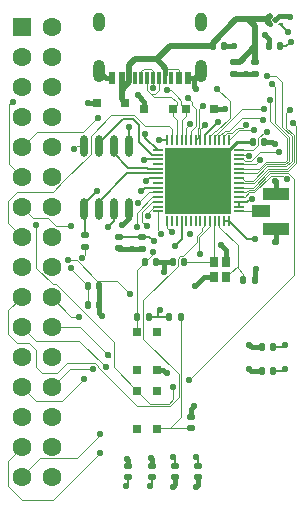
<source format=gtl>
G04 #@! TF.GenerationSoftware,KiCad,Pcbnew,8.0.1*
G04 #@! TF.CreationDate,2024-04-26T14:46:18-05:00*
G04 #@! TF.ProjectId,Final Projeco,46696e61-6c20-4507-926f-6a65636f2e6b,rev?*
G04 #@! TF.SameCoordinates,Original*
G04 #@! TF.FileFunction,Copper,L1,Top*
G04 #@! TF.FilePolarity,Positive*
%FSLAX46Y46*%
G04 Gerber Fmt 4.6, Leading zero omitted, Abs format (unit mm)*
G04 Created by KiCad (PCBNEW 8.0.1) date 2024-04-26 14:46:18*
%MOMM*%
%LPD*%
G01*
G04 APERTURE LIST*
G04 Aperture macros list*
%AMRoundRect*
0 Rectangle with rounded corners*
0 $1 Rounding radius*
0 $2 $3 $4 $5 $6 $7 $8 $9 X,Y pos of 4 corners*
0 Add a 4 corners polygon primitive as box body*
4,1,4,$2,$3,$4,$5,$6,$7,$8,$9,$2,$3,0*
0 Add four circle primitives for the rounded corners*
1,1,$1+$1,$2,$3*
1,1,$1+$1,$4,$5*
1,1,$1+$1,$6,$7*
1,1,$1+$1,$8,$9*
0 Add four rect primitives between the rounded corners*
20,1,$1+$1,$2,$3,$4,$5,0*
20,1,$1+$1,$4,$5,$6,$7,0*
20,1,$1+$1,$6,$7,$8,$9,0*
20,1,$1+$1,$8,$9,$2,$3,0*%
%AMRotRect*
0 Rectangle, with rotation*
0 The origin of the aperture is its center*
0 $1 length*
0 $2 width*
0 $3 Rotation angle, in degrees counterclockwise*
0 Add horizontal line*
21,1,$1,$2,0,0,$3*%
%AMFreePoly0*
4,1,5,0.099975,0.075057,0.099975,-0.174956,-0.100025,-0.174956,-0.100025,0.275057,0.099975,0.075057,0.099975,0.075057,$1*%
%AMFreePoly1*
4,1,6,0.100025,-0.174956,-0.099975,-0.174956,-0.099975,0.075057,0.050013,0.225044,0.100025,0.225044,0.100025,-0.174956,0.100025,-0.174956,$1*%
%AMFreePoly2*
4,1,6,0.100025,-0.224841,0.050013,-0.224816,-0.100000,-0.074829,-0.099975,0.175184,0.100025,0.175184,0.100025,-0.224841,0.100025,-0.224841,$1*%
%AMFreePoly3*
4,1,6,0.100000,-0.075057,-0.050013,-0.225044,-0.100025,-0.225044,-0.100025,0.174956,0.099975,0.174956,0.100000,-0.075057,0.100000,-0.075057,$1*%
G04 Aperture macros list end*
G04 #@! TA.AperFunction,SMDPad,CuDef*
%ADD10RoundRect,0.140000X-0.140000X-0.170000X0.140000X-0.170000X0.140000X0.170000X-0.140000X0.170000X0*%
G04 #@! TD*
G04 #@! TA.AperFunction,SMDPad,CuDef*
%ADD11RoundRect,0.140000X0.170000X-0.140000X0.170000X0.140000X-0.170000X0.140000X-0.170000X-0.140000X0*%
G04 #@! TD*
G04 #@! TA.AperFunction,SMDPad,CuDef*
%ADD12RoundRect,0.050000X0.387500X0.050000X-0.387500X0.050000X-0.387500X-0.050000X0.387500X-0.050000X0*%
G04 #@! TD*
G04 #@! TA.AperFunction,SMDPad,CuDef*
%ADD13RoundRect,0.050000X0.050000X0.387500X-0.050000X0.387500X-0.050000X-0.387500X0.050000X-0.387500X0*%
G04 #@! TD*
G04 #@! TA.AperFunction,SMDPad,CuDef*
%ADD14R,5.600000X5.600000*%
G04 #@! TD*
G04 #@! TA.AperFunction,SMDPad,CuDef*
%ADD15R,0.800000X0.800000*%
G04 #@! TD*
G04 #@! TA.AperFunction,SMDPad,CuDef*
%ADD16R,2.200000X1.100000*%
G04 #@! TD*
G04 #@! TA.AperFunction,SMDPad,CuDef*
%ADD17R,1.500000X1.100000*%
G04 #@! TD*
G04 #@! TA.AperFunction,SMDPad,CuDef*
%ADD18RoundRect,0.140000X0.140000X0.170000X-0.140000X0.170000X-0.140000X-0.170000X0.140000X-0.170000X0*%
G04 #@! TD*
G04 #@! TA.AperFunction,SMDPad,CuDef*
%ADD19RoundRect,0.140000X-0.170000X0.140000X-0.170000X-0.140000X0.170000X-0.140000X0.170000X0.140000X0*%
G04 #@! TD*
G04 #@! TA.AperFunction,SMDPad,CuDef*
%ADD20RoundRect,0.135000X0.135000X0.185000X-0.135000X0.185000X-0.135000X-0.185000X0.135000X-0.185000X0*%
G04 #@! TD*
G04 #@! TA.AperFunction,SMDPad,CuDef*
%ADD21RoundRect,0.135000X-0.135000X-0.185000X0.135000X-0.185000X0.135000X0.185000X-0.135000X0.185000X0*%
G04 #@! TD*
G04 #@! TA.AperFunction,SMDPad,CuDef*
%ADD22O,0.629997X1.864999*%
G04 #@! TD*
G04 #@! TA.AperFunction,SMDPad,CuDef*
%ADD23RoundRect,0.135000X-0.185000X0.135000X-0.185000X-0.135000X0.185000X-0.135000X0.185000X0.135000X0*%
G04 #@! TD*
G04 #@! TA.AperFunction,ComponentPad*
%ADD24O,1.000000X1.900000*%
G04 #@! TD*
G04 #@! TA.AperFunction,ComponentPad*
%ADD25O,1.000000X1.600000*%
G04 #@! TD*
G04 #@! TA.AperFunction,SMDPad,CuDef*
%ADD26R,0.600000X1.140005*%
G04 #@! TD*
G04 #@! TA.AperFunction,SMDPad,CuDef*
%ADD27R,0.300000X1.140005*%
G04 #@! TD*
G04 #@! TA.AperFunction,SMDPad,CuDef*
%ADD28R,0.775006X0.875006*%
G04 #@! TD*
G04 #@! TA.AperFunction,SMDPad,CuDef*
%ADD29R,0.750013X0.700000*%
G04 #@! TD*
G04 #@! TA.AperFunction,SMDPad,CuDef*
%ADD30RoundRect,0.135000X0.185000X-0.135000X0.185000X0.135000X-0.185000X0.135000X-0.185000X-0.135000X0*%
G04 #@! TD*
G04 #@! TA.AperFunction,SMDPad,CuDef*
%ADD31FreePoly0,90.000000*%
G04 #@! TD*
G04 #@! TA.AperFunction,SMDPad,CuDef*
%ADD32FreePoly1,90.000000*%
G04 #@! TD*
G04 #@! TA.AperFunction,SMDPad,CuDef*
%ADD33FreePoly2,90.000000*%
G04 #@! TD*
G04 #@! TA.AperFunction,SMDPad,CuDef*
%ADD34FreePoly3,90.000000*%
G04 #@! TD*
G04 #@! TA.AperFunction,SMDPad,CuDef*
%ADD35RotRect,0.450013X0.450013X135.000000*%
G04 #@! TD*
G04 #@! TA.AperFunction,ComponentPad*
%ADD36R,1.600000X1.600000*%
G04 #@! TD*
G04 #@! TA.AperFunction,ComponentPad*
%ADD37C,1.600000*%
G04 #@! TD*
G04 #@! TA.AperFunction,ViaPad*
%ADD38C,0.560000*%
G04 #@! TD*
G04 #@! TA.AperFunction,Conductor*
%ADD39C,0.090000*%
G04 #@! TD*
G04 #@! TA.AperFunction,Conductor*
%ADD40C,0.200000*%
G04 #@! TD*
G04 #@! TA.AperFunction,Conductor*
%ADD41C,0.450000*%
G04 #@! TD*
G04 #@! TA.AperFunction,Conductor*
%ADD42C,0.119400*%
G04 #@! TD*
G04 #@! TA.AperFunction,Conductor*
%ADD43C,0.150000*%
G04 #@! TD*
G04 #@! TA.AperFunction,Conductor*
%ADD44C,0.500000*%
G04 #@! TD*
G04 #@! TA.AperFunction,Conductor*
%ADD45C,0.250000*%
G04 #@! TD*
G04 APERTURE END LIST*
D10*
X48500000Y-47170000D03*
X47540000Y-47170000D03*
X47540000Y-45200000D03*
X48500000Y-45200000D03*
D11*
X42170000Y-56180000D03*
X42170000Y-55220000D03*
X40200000Y-56180000D03*
X40200000Y-55220000D03*
X38230000Y-56180000D03*
X38230000Y-55220000D03*
X36260000Y-56180000D03*
X36260000Y-55220000D03*
D12*
X45597500Y-33672500D03*
X45597500Y-33272500D03*
X45597500Y-32872500D03*
X45597500Y-32472500D03*
X45597500Y-32072500D03*
X45597500Y-31672500D03*
X45597500Y-31272500D03*
X45597500Y-30872500D03*
X45597500Y-30472500D03*
X45597500Y-30072500D03*
X45597500Y-29672500D03*
X45597500Y-29272500D03*
X45597500Y-28872500D03*
X45597500Y-28472500D03*
D13*
X44760000Y-27635000D03*
X44360000Y-27635000D03*
X43960000Y-27635000D03*
X43560000Y-27635000D03*
X43160000Y-27635000D03*
X42760000Y-27635000D03*
X42360000Y-27635000D03*
X41960000Y-27635000D03*
X41560000Y-27635000D03*
X41160000Y-27635000D03*
X40760000Y-27635000D03*
X40360000Y-27635000D03*
X39960000Y-27635000D03*
X39560000Y-27635000D03*
D12*
X38722500Y-28472500D03*
X38722500Y-28872500D03*
X38722500Y-29272500D03*
X38722500Y-29672500D03*
X38722500Y-30072500D03*
X38722500Y-30472500D03*
X38722500Y-30872500D03*
X38722500Y-31272500D03*
X38722500Y-31672500D03*
X38722500Y-32072500D03*
X38722500Y-32472500D03*
X38722500Y-32872500D03*
X38722500Y-33272500D03*
X38722500Y-33672500D03*
D13*
X39560000Y-34510000D03*
X39960000Y-34510000D03*
X40360000Y-34510000D03*
X40760000Y-34510000D03*
X41160000Y-34510000D03*
X41560000Y-34510000D03*
X41960000Y-34510000D03*
X42360000Y-34510000D03*
X42760000Y-34510000D03*
X43160000Y-34510000D03*
X43560000Y-34510000D03*
X43960000Y-34510000D03*
X44360000Y-34510000D03*
X44760000Y-34510000D03*
D14*
X42160000Y-31072500D03*
D10*
X46000000Y-39500000D03*
X46960000Y-39500000D03*
D15*
X39999898Y-25000000D03*
X37600102Y-25000000D03*
D16*
X48749968Y-32177600D03*
D17*
X47500032Y-33676457D03*
D16*
X48749968Y-35177600D03*
D18*
X49100000Y-19700000D03*
X48140000Y-19700000D03*
D19*
X35450000Y-35840000D03*
X35450000Y-36800000D03*
D10*
X43400000Y-19700000D03*
X44360000Y-19700000D03*
D20*
X38000000Y-42600000D03*
X36980000Y-42600000D03*
D21*
X39700000Y-42600000D03*
X40720000Y-42600000D03*
D22*
X32499996Y-33499999D03*
X33769999Y-33499999D03*
X35040001Y-33499999D03*
X36310004Y-33499999D03*
X36310004Y-28135001D03*
X35040001Y-28135001D03*
X33769999Y-28135001D03*
X32499996Y-28135001D03*
D23*
X37430000Y-35830000D03*
X37430000Y-36850000D03*
D24*
X42419941Y-21805131D03*
X33779859Y-21805131D03*
D25*
X33779859Y-17625044D03*
X42419941Y-17625044D03*
D26*
X41300052Y-22375108D03*
X40499951Y-22375108D03*
D27*
X39350091Y-22375108D03*
X38350091Y-22375108D03*
X37849964Y-22375108D03*
X36849964Y-22375108D03*
D26*
X34900002Y-22375108D03*
X35700103Y-22375108D03*
D27*
X36350091Y-22375108D03*
X37350091Y-22375108D03*
X38849964Y-22375108D03*
X39849964Y-22375108D03*
D28*
X43524165Y-37999951D03*
X43524165Y-39276049D03*
X44500035Y-39276049D03*
X44500035Y-37999951D03*
D29*
X38649943Y-48900000D03*
X38649943Y-52099898D03*
X36999956Y-48900000D03*
X36999956Y-52099898D03*
D10*
X37640000Y-38000000D03*
X38600000Y-38000000D03*
X46770000Y-27810000D03*
X47730000Y-27810000D03*
X32840000Y-41600000D03*
X33800000Y-41600000D03*
D30*
X32600000Y-36720000D03*
X32600000Y-35700000D03*
D31*
X49175235Y-17825121D03*
D32*
X49175235Y-17174879D03*
D33*
X48225019Y-17174879D03*
D34*
X48224765Y-17825121D03*
D35*
X48700000Y-17500000D03*
D10*
X32840000Y-40000000D03*
X33800000Y-40000000D03*
D15*
X35999998Y-24500000D03*
X33600202Y-24500000D03*
X41100102Y-25000000D03*
X43499898Y-25000000D03*
D10*
X40000000Y-38000000D03*
X40960000Y-38000000D03*
D23*
X45200000Y-21000000D03*
X45200000Y-22020000D03*
D11*
X41600000Y-52060000D03*
X41600000Y-51100000D03*
D36*
X27209997Y-18049962D03*
D37*
X29750003Y-18049962D03*
X27209997Y-20589967D03*
X29750003Y-20589967D03*
X27209997Y-23129972D03*
X29750003Y-23129972D03*
X27209997Y-25669977D03*
X29750003Y-25669977D03*
X27209997Y-28209982D03*
X29750003Y-28209982D03*
X27209997Y-30749987D03*
X29750003Y-30749987D03*
X27209997Y-33289992D03*
X29750003Y-33289992D03*
X27209997Y-35829997D03*
X29750003Y-35829997D03*
X27209997Y-38370003D03*
X29750003Y-38370003D03*
X27209997Y-40910008D03*
X29750003Y-40910008D03*
X27209997Y-43450013D03*
X29750003Y-43450013D03*
X27209997Y-45990018D03*
X29750003Y-45990018D03*
X27209997Y-48530023D03*
X29750003Y-48530023D03*
X27209997Y-51070028D03*
X29750003Y-51070028D03*
X27209997Y-53610033D03*
X29750003Y-53610033D03*
X27209997Y-56150038D03*
X29750003Y-56150038D03*
D29*
X36999957Y-47099900D03*
X36999957Y-43900002D03*
X38649944Y-47099900D03*
X38649944Y-43900002D03*
D23*
X47000000Y-21000000D03*
X47000000Y-22020000D03*
D38*
X49500000Y-47000000D03*
X49500000Y-45000000D03*
X46500000Y-47000000D03*
X46500000Y-45000000D03*
X40000000Y-57000000D03*
X42000000Y-57000000D03*
X42000000Y-54500000D03*
X40000000Y-54500000D03*
X38060000Y-56940000D03*
X36020000Y-56940000D03*
X36100000Y-54610000D03*
X38140000Y-54540000D03*
X39300000Y-38800000D03*
X44400000Y-25000000D03*
X45200000Y-19700000D03*
X47100000Y-38600000D03*
X41900000Y-40000000D03*
X46200000Y-22020000D03*
X32870000Y-24500000D03*
X39500000Y-47400000D03*
X49900000Y-17200000D03*
X48630000Y-28010000D03*
X37050000Y-23870000D03*
X35730000Y-34820000D03*
X36570000Y-36850000D03*
X42000000Y-23300000D03*
X47840000Y-18790000D03*
X48700000Y-31100000D03*
X34000000Y-42500000D03*
X48700000Y-36300000D03*
X44063800Y-36500000D03*
X41800000Y-50200000D03*
X38900000Y-42000000D03*
X50000000Y-19300000D03*
X46950000Y-36050000D03*
X43840000Y-26110000D03*
X46700000Y-32600000D03*
X49800000Y-18500000D03*
X37700000Y-27140000D03*
X40200000Y-36600000D03*
X48430000Y-22910000D03*
X50220000Y-26240000D03*
X47970000Y-22200000D03*
X49910000Y-25100000D03*
X49670000Y-30980000D03*
X38330000Y-37120000D03*
X38350100Y-23250100D03*
X39500100Y-23400000D03*
X38881400Y-27642300D03*
X33621800Y-31918200D03*
X34555000Y-45855000D03*
X46447700Y-28981100D03*
X47730000Y-25000000D03*
X48260000Y-24290000D03*
X36320000Y-26530000D03*
X37750000Y-31117600D03*
X32320000Y-37620000D03*
X31620000Y-28440000D03*
X31433800Y-38481600D03*
X49020000Y-28650000D03*
X32110000Y-42600000D03*
X47396700Y-29303000D03*
X41470000Y-35600000D03*
X31130900Y-37820600D03*
X39910000Y-35450000D03*
X36420000Y-40670000D03*
X46190000Y-26350000D03*
X31440000Y-34890000D03*
X41460000Y-26310000D03*
X43760000Y-23290000D03*
X47650000Y-25950000D03*
X33250000Y-47000000D03*
X46910000Y-26810000D03*
X38440000Y-36230000D03*
X37348800Y-31948800D03*
X28440000Y-34870000D03*
X40070000Y-48560000D03*
X41420000Y-47930000D03*
X42310000Y-37300000D03*
X34320000Y-46860000D03*
X37580000Y-29370000D03*
X34530000Y-34980000D03*
X48002700Y-26954100D03*
X41291300Y-24081700D03*
X26510000Y-24430000D03*
X37100000Y-32940000D03*
X42540000Y-24740000D03*
X33680000Y-25740000D03*
X42730000Y-26330000D03*
X37810000Y-34920000D03*
X36975000Y-34975000D03*
X32520000Y-47910000D03*
X33820000Y-52560000D03*
X38994900Y-35560000D03*
X33880000Y-54150000D03*
X37885000Y-34100000D03*
D39*
X46125200Y-29429800D02*
X45967900Y-29272500D01*
X46640200Y-29429800D02*
X46125200Y-29429800D01*
X47420000Y-28650000D02*
X46640200Y-29429800D01*
X45967900Y-29272500D02*
X45597500Y-29272500D01*
X49020000Y-28650000D02*
X47420000Y-28650000D01*
X41652700Y-24677400D02*
X41652700Y-24443100D01*
X42000000Y-25024700D02*
X41652700Y-24677400D01*
X42000000Y-26475800D02*
X42000000Y-25024700D01*
X41652700Y-24443100D02*
X41291300Y-24081700D01*
X41560000Y-26915800D02*
X42000000Y-26475800D01*
X41560000Y-27635000D02*
X41560000Y-26915800D01*
X42230000Y-25050000D02*
X42540000Y-24740000D01*
X42230000Y-26561299D02*
X42230000Y-25050000D01*
X42115000Y-26676299D02*
X42230000Y-26561299D01*
X42115000Y-27480000D02*
X42115000Y-26676299D01*
X41960000Y-27635000D02*
X42115000Y-27480000D01*
X42360000Y-26700000D02*
X42360000Y-27635000D01*
X42730000Y-26330000D02*
X42360000Y-26700000D01*
D40*
X49330000Y-47170000D02*
X49500000Y-47000000D01*
X48500000Y-47170000D02*
X49330000Y-47170000D01*
X49300000Y-45200000D02*
X49500000Y-45000000D01*
X48500000Y-45200000D02*
X49300000Y-45200000D01*
D41*
X46670000Y-47170000D02*
X46500000Y-47000000D01*
X47540000Y-47170000D02*
X46670000Y-47170000D01*
X46700000Y-45200000D02*
X46500000Y-45000000D01*
X47540000Y-45200000D02*
X46700000Y-45200000D01*
X40200000Y-56800000D02*
X40000000Y-57000000D01*
X40200000Y-56180000D02*
X40200000Y-56800000D01*
X42170000Y-56830000D02*
X42000000Y-57000000D01*
X42170000Y-56180000D02*
X42170000Y-56830000D01*
D40*
X42170000Y-54670000D02*
X42000000Y-54500000D01*
X42170000Y-55220000D02*
X42170000Y-54670000D01*
X40200000Y-54700000D02*
X40000000Y-54500000D01*
X40200000Y-55220000D02*
X40200000Y-54700000D01*
X38230000Y-56770000D02*
X38060000Y-56940000D01*
X38230000Y-56180000D02*
X38230000Y-56770000D01*
X36260000Y-56700000D02*
X36020000Y-56940000D01*
X36260000Y-56180000D02*
X36260000Y-56700000D01*
D41*
X36260000Y-54770000D02*
X36100000Y-54610000D01*
X36260000Y-55220000D02*
X36260000Y-54770000D01*
X38230000Y-54630000D02*
X38140000Y-54540000D01*
X38230000Y-55220000D02*
X38230000Y-54630000D01*
X49175200Y-17174900D02*
X49025100Y-17174900D01*
X41850000Y-22375100D02*
X41850000Y-23150000D01*
X33800000Y-40000000D02*
X33800000Y-41600000D01*
X43499900Y-25000000D02*
X44400000Y-25000000D01*
X48430000Y-27810000D02*
X48630000Y-28010000D01*
X48750000Y-31743900D02*
X48750000Y-32177600D01*
X44360000Y-19700000D02*
X45200000Y-19700000D01*
X49874900Y-17174900D02*
X49900000Y-17200000D01*
X48749900Y-31743800D02*
X48749900Y-31149900D01*
X41300100Y-22375100D02*
X41300000Y-22375100D01*
X48749900Y-35713800D02*
X48749900Y-36250100D01*
X48749900Y-35177600D02*
X48749900Y-35713800D01*
X49025100Y-17174900D02*
X48700000Y-17500000D01*
X41850000Y-23150000D02*
X42000000Y-23300000D01*
X46200000Y-22020000D02*
X47000000Y-22020000D01*
X38650000Y-47099900D02*
X39199900Y-47099900D01*
X34900000Y-22375100D02*
X34349900Y-22375100D01*
X47730000Y-27810000D02*
X48430000Y-27810000D01*
X41300100Y-22375100D02*
X41850000Y-22375100D01*
X48749900Y-36250100D02*
X48700000Y-36300000D01*
X32870000Y-24500000D02*
X33600200Y-24500000D01*
X45200000Y-22020000D02*
X46200000Y-22020000D01*
X37430000Y-36850000D02*
X36570000Y-36850000D01*
X36570000Y-36850000D02*
X35500000Y-36850000D01*
X37600100Y-24420100D02*
X37600100Y-25000000D01*
X34349900Y-22375100D02*
X33779900Y-21805100D01*
X41850000Y-22375100D02*
X42420000Y-21805100D01*
X39300000Y-38000000D02*
X39300000Y-38800000D01*
X43524100Y-39276100D02*
X43524200Y-39276000D01*
X33800000Y-42300000D02*
X34000000Y-42500000D01*
X36310000Y-34240000D02*
X36310000Y-33500000D01*
X44500000Y-36936200D02*
X44063800Y-36500000D01*
X37050000Y-23870000D02*
X37600100Y-24420100D01*
X42623900Y-39276100D02*
X43524100Y-39276100D01*
X48749900Y-31149900D02*
X48700000Y-31100000D01*
X39199900Y-47099900D02*
X39500000Y-47400000D01*
X48749900Y-35713800D02*
X48750000Y-35713700D01*
X46960000Y-38740000D02*
X47100000Y-38600000D01*
X40000000Y-38000000D02*
X39300000Y-38000000D01*
X48749900Y-31743800D02*
X48750000Y-31743900D01*
X47840000Y-18790000D02*
X48140000Y-19090000D01*
X41600000Y-50400000D02*
X41800000Y-50200000D01*
X46960000Y-39500000D02*
X46960000Y-38740000D01*
X44500000Y-38000000D02*
X44500000Y-36936200D01*
X48140000Y-19090000D02*
X48140000Y-19700000D01*
X41900000Y-40000000D02*
X42623900Y-39276100D01*
X35730000Y-34820000D02*
X36310000Y-34240000D01*
X48750000Y-35713700D02*
X48750000Y-35177600D01*
X49175200Y-17174900D02*
X49874900Y-17174900D01*
X39300000Y-38000000D02*
X38600000Y-38000000D01*
X35500000Y-36850000D02*
X35450000Y-36800000D01*
X38650000Y-47099900D02*
X38649900Y-47099900D01*
X41600000Y-51100000D02*
X41600000Y-50400000D01*
X48749900Y-32177600D02*
X48749900Y-31743800D01*
X34900100Y-22375100D02*
X34900000Y-22375100D01*
X33800000Y-41600000D02*
X33800000Y-42300000D01*
D40*
X37700000Y-27450000D02*
X38722500Y-28472500D01*
X42760000Y-27190000D02*
X42760000Y-27635000D01*
X39700000Y-42600000D02*
X38800000Y-42600000D01*
X44760000Y-34510000D02*
X44360000Y-34510000D01*
X49100000Y-19700000D02*
X49600000Y-19700000D01*
X49175200Y-17825100D02*
X49175200Y-17875200D01*
X45597500Y-32872500D02*
X46327500Y-32872500D01*
X40760000Y-36040000D02*
X40760000Y-34510000D01*
X37700000Y-27140000D02*
X37700000Y-27450000D01*
X46600000Y-32600000D02*
X46700000Y-32600000D01*
X40200000Y-36600000D02*
X40760000Y-36040000D01*
X38800000Y-42600000D02*
X38000000Y-42600000D01*
X43840000Y-26110000D02*
X42760000Y-27190000D01*
X46327500Y-32872500D02*
X46600000Y-32600000D01*
X46950000Y-36050000D02*
X46300000Y-36050000D01*
X49600000Y-19700000D02*
X50000000Y-19300000D01*
X38800000Y-42100000D02*
X38900000Y-42000000D01*
X49175200Y-17875200D02*
X49800000Y-18500000D01*
X46300000Y-36050000D02*
X44760000Y-34510000D01*
X45597500Y-32872500D02*
X45597500Y-33272500D01*
X38800000Y-42600000D02*
X38800000Y-42100000D01*
D42*
X43524100Y-38000000D02*
X43524200Y-37999900D01*
X43524100Y-34545900D02*
X43560000Y-34510000D01*
X43524200Y-37999900D02*
X43852800Y-37671300D01*
D43*
X43524200Y-37999900D02*
X43524200Y-38000000D01*
D42*
X43524100Y-38000000D02*
X43524100Y-34545900D01*
X43524100Y-38000000D02*
X40960000Y-38000000D01*
X44500000Y-39276100D02*
X44869300Y-38906800D01*
X44869300Y-38906800D02*
X45500000Y-38276100D01*
X43960000Y-34986900D02*
X43960000Y-34510000D01*
X45500000Y-38000000D02*
X45500000Y-36526900D01*
X45500000Y-38276100D02*
X45500000Y-38000000D01*
X45500000Y-38276100D02*
X45500000Y-38500000D01*
X45500000Y-36526900D02*
X43960000Y-34986900D01*
X45500000Y-38000000D02*
X45500000Y-38276100D01*
X45500000Y-38500000D02*
X46000000Y-39000000D01*
X46000000Y-39000000D02*
X46000000Y-39500000D01*
D43*
X44869300Y-38906800D02*
X44869200Y-38906800D01*
X44869200Y-38906800D02*
X44500000Y-39276000D01*
D39*
X48710000Y-23190000D02*
X48710000Y-26217400D01*
X49860000Y-29383900D02*
X49553901Y-29690000D01*
X47946498Y-29690000D02*
X47163999Y-30472500D01*
X49860000Y-27367400D02*
X49860000Y-29383900D01*
X48710000Y-26217400D02*
X49860000Y-27367400D01*
X47163999Y-30472500D02*
X45597500Y-30472500D01*
X48430000Y-22910000D02*
X48710000Y-23190000D01*
X49553901Y-29690000D02*
X47946498Y-29690000D01*
X46352599Y-31670000D02*
X46350099Y-31672500D01*
X48182599Y-30260000D02*
X46772600Y-31670000D01*
X50220000Y-26240000D02*
X50455000Y-26475000D01*
X46350099Y-31672500D02*
X45597500Y-31672500D01*
X50455000Y-26475000D02*
X50455000Y-29595000D01*
X46772600Y-31670000D02*
X46352599Y-31670000D01*
X50455000Y-29595000D02*
X49790000Y-30260000D01*
X49790000Y-30260000D02*
X48182599Y-30260000D01*
X50075000Y-29437600D02*
X49632600Y-29880000D01*
X47970000Y-22200000D02*
X48720000Y-22200000D01*
X49632600Y-29880000D02*
X48025199Y-29880000D01*
X45912158Y-30872500D02*
X45597500Y-30872500D01*
X48025199Y-29880000D02*
X46822699Y-31082500D01*
X46122158Y-31082500D02*
X45912158Y-30872500D01*
X50075000Y-27313700D02*
X50075000Y-29437600D01*
X49290000Y-26528700D02*
X50075000Y-27313700D01*
X49290000Y-22770000D02*
X49290000Y-26528700D01*
X48720000Y-22200000D02*
X49290000Y-22770000D01*
X46822699Y-31082500D02*
X46122158Y-31082500D01*
X50265000Y-27235000D02*
X50265000Y-29516300D01*
X46901400Y-31272500D02*
X45597500Y-31272500D01*
X49910000Y-25100000D02*
X49620000Y-25390000D01*
X49620000Y-25390000D02*
X49620000Y-26590000D01*
X50265000Y-29516300D02*
X49711300Y-30070000D01*
X49620000Y-26590000D02*
X50265000Y-27235000D01*
X48103899Y-30070000D02*
X46901400Y-31272500D01*
X49711300Y-30070000D02*
X48103899Y-30070000D01*
X45597500Y-32472500D02*
X45620000Y-32450000D01*
X49345000Y-30655000D02*
X49670000Y-30980000D01*
X45620000Y-32450000D02*
X46110000Y-32450000D01*
X36980000Y-43880000D02*
X37000000Y-43900000D01*
X38330000Y-37310000D02*
X37640000Y-38000000D01*
X36980000Y-38660000D02*
X37640000Y-38000000D01*
X48325000Y-30655000D02*
X49345000Y-30655000D01*
X38330000Y-37120000D02*
X38330000Y-37310000D01*
X46510000Y-32050000D02*
X46930000Y-32050000D01*
X46930000Y-32050000D02*
X48325000Y-30655000D01*
X36980000Y-42600000D02*
X36980000Y-43880000D01*
X36980000Y-42600000D02*
X36980000Y-38660000D01*
X46110000Y-32450000D02*
X46510000Y-32050000D01*
X40500000Y-22252500D02*
X40500000Y-21715100D01*
D41*
X48225000Y-17174900D02*
X48225000Y-17174800D01*
D44*
X39350000Y-21510100D02*
X39350000Y-21660100D01*
X47000000Y-19700000D02*
X47000000Y-21000000D01*
X35700200Y-24200200D02*
X36000000Y-24500000D01*
X47986800Y-17600000D02*
X48134300Y-17747400D01*
X43400000Y-19700000D02*
X43400000Y-19390000D01*
D41*
X35700100Y-22887400D02*
X35700100Y-22375100D01*
X48225000Y-17174800D02*
X48218500Y-17168300D01*
X39350000Y-22062400D02*
X39350000Y-21660100D01*
D44*
X39739900Y-19700000D02*
X38639900Y-20800000D01*
X47986800Y-17400000D02*
X47986800Y-17600000D01*
D41*
X40500000Y-22252500D02*
X40499900Y-22252600D01*
D44*
X46400000Y-17400000D02*
X47000000Y-18000000D01*
D41*
X48224800Y-17825100D02*
X48212000Y-17825100D01*
D44*
X46400000Y-17400000D02*
X47986800Y-17400000D01*
D41*
X40499900Y-22252600D02*
X40499900Y-22375100D01*
D44*
X47000000Y-18000000D02*
X47000000Y-19700000D01*
X45700000Y-21000000D02*
X47000000Y-19700000D01*
D39*
X39350100Y-21749900D02*
X39350100Y-22062500D01*
D41*
X48212000Y-17825100D02*
X48134300Y-17747400D01*
D44*
X45200000Y-21000000D02*
X45700000Y-21000000D01*
X48134300Y-17747400D02*
X48218400Y-17831500D01*
X36800000Y-20800000D02*
X38639900Y-20800000D01*
X47986800Y-17400000D02*
X48218500Y-17168300D01*
X36350100Y-22375100D02*
X36350100Y-22750000D01*
X36350100Y-21249900D02*
X36800000Y-20800000D01*
X35700200Y-22375100D02*
X35700200Y-22887500D01*
D39*
X40500000Y-22600000D02*
X40500000Y-22252500D01*
D41*
X39350100Y-22062500D02*
X39350000Y-22062400D01*
D44*
X43400000Y-19700000D02*
X39739900Y-19700000D01*
X38639900Y-20800000D02*
X39350000Y-21510100D01*
D39*
X39439900Y-21660100D02*
X39350100Y-21749900D01*
D41*
X35700200Y-22887500D02*
X35700100Y-22887400D01*
D44*
X45390000Y-17400000D02*
X46400000Y-17400000D01*
D39*
X40500000Y-21715100D02*
X40445000Y-21660100D01*
X39350100Y-22062500D02*
X39350100Y-22375100D01*
D44*
X35700200Y-23400000D02*
X35700200Y-24200200D01*
D39*
X40445000Y-21660100D02*
X39439900Y-21660100D01*
D44*
X36350100Y-22750000D02*
X35700200Y-23400000D01*
X36350100Y-22375100D02*
X36350100Y-21249900D01*
X35700200Y-22887500D02*
X35700200Y-23400000D01*
X43400000Y-19390000D02*
X45390000Y-17400000D01*
D42*
X41100100Y-25600000D02*
X40760000Y-25940100D01*
X39834100Y-23400000D02*
X39500100Y-23400000D01*
X41100100Y-25000000D02*
X40736700Y-24636600D01*
X38350100Y-23250100D02*
X38400000Y-23300000D01*
X38350100Y-22375100D02*
X38350100Y-23250100D01*
X41100100Y-25000000D02*
X41100100Y-25600000D01*
X37350100Y-21835600D02*
X37540300Y-21645400D01*
X40284200Y-23850100D02*
X39834100Y-23400000D01*
X40760000Y-25940100D02*
X40760000Y-27635000D01*
X38159700Y-21645400D02*
X38350100Y-21835800D01*
X37540300Y-21645400D02*
X38159700Y-21645400D01*
X38350100Y-21835800D02*
X38350100Y-22375100D01*
X40736700Y-24302600D02*
X40379000Y-23944800D01*
X40379000Y-23944800D02*
X40284200Y-23850100D01*
X37350100Y-22375100D02*
X37350100Y-21835600D01*
X40736700Y-24636600D02*
X40736700Y-24302600D01*
X39896000Y-23990000D02*
X38439900Y-23990000D01*
X37850000Y-22375100D02*
X37786800Y-22438300D01*
X38850000Y-23400400D02*
X38850000Y-22375100D01*
X40363300Y-24457300D02*
X39896000Y-23990000D01*
X40360000Y-25930000D02*
X39999900Y-25569900D01*
X37850000Y-22750000D02*
X37850000Y-23400100D01*
X37850000Y-22375100D02*
X37850000Y-22750000D01*
X40360000Y-27635000D02*
X40360000Y-25930000D01*
X38159700Y-23709800D02*
X38540600Y-23709800D01*
X38850000Y-22375100D02*
X38786800Y-22438300D01*
X39999900Y-25569900D02*
X39999900Y-25000000D01*
X40363300Y-24636600D02*
X40363300Y-24457300D01*
X38540600Y-23709800D02*
X38850000Y-23400400D01*
X38439900Y-23990000D02*
X38159700Y-23709800D01*
X37850000Y-23400100D02*
X38159700Y-23709800D01*
X37850000Y-22750000D02*
X37800000Y-22800000D01*
X37850000Y-22375100D02*
X37850000Y-22750000D01*
X39999900Y-25000000D02*
X40363300Y-24636600D01*
D43*
X39560000Y-27635000D02*
X38888700Y-27635000D01*
X32600000Y-35700000D02*
X32600000Y-34055000D01*
X32600000Y-33600000D02*
X32500000Y-33500000D01*
X32600000Y-34055000D02*
X32600000Y-32940000D01*
X32600000Y-32940000D02*
X33621800Y-31918200D01*
X32600000Y-34055000D02*
X32600000Y-33600000D01*
X38888700Y-27635000D02*
X38881400Y-27642300D01*
X37809900Y-29975000D02*
X37907400Y-30072500D01*
X36262500Y-29975000D02*
X37809900Y-29975000D01*
X37907400Y-30072500D02*
X38722500Y-30072500D01*
X35040000Y-28135000D02*
X35040000Y-28752500D01*
X35040000Y-28752500D02*
X36262500Y-29975000D01*
D39*
X29750003Y-43450013D02*
X32150013Y-43450013D01*
X45597500Y-28872500D02*
X46339100Y-28872500D01*
X34690000Y-45990000D02*
X34555000Y-45855000D01*
X32150013Y-43450013D02*
X34555000Y-45855000D01*
X46339100Y-28872500D02*
X46447700Y-28981100D01*
X43560000Y-27320342D02*
X43560000Y-27635000D01*
X45880342Y-25000000D02*
X43560000Y-27320342D01*
X47730000Y-25000000D02*
X45880342Y-25000000D01*
X49670000Y-29305200D02*
X49475200Y-29500000D01*
X48260000Y-26036100D02*
X49670000Y-27446100D01*
X47295299Y-30072500D02*
X45597500Y-30072500D01*
X49670000Y-27446100D02*
X49670000Y-29305200D01*
X47867798Y-29500000D02*
X47295299Y-30072500D01*
X48260000Y-24290000D02*
X48260000Y-26036100D01*
X49475200Y-29500000D02*
X47867798Y-29500000D01*
D43*
X36320000Y-26820000D02*
X36310000Y-26830000D01*
X36310000Y-26830000D02*
X36310000Y-28135000D01*
X37750000Y-31117600D02*
X37995100Y-30872500D01*
X37995100Y-30872500D02*
X38722500Y-30872500D01*
X36320000Y-26530000D02*
X36320000Y-26820000D01*
D39*
X32600000Y-37340000D02*
X32600000Y-36720000D01*
X32500000Y-28135000D02*
X31925000Y-28135000D01*
X32500000Y-28170000D02*
X32480000Y-28190000D01*
X31433800Y-38593800D02*
X31433800Y-38481600D01*
X32840000Y-40000000D02*
X32840000Y-41600000D01*
X32840000Y-40000000D02*
X31433800Y-38593800D01*
X31925000Y-28135000D02*
X31620000Y-28440000D01*
X32500000Y-28135000D02*
X32500000Y-28170000D01*
X32320000Y-37620000D02*
X32600000Y-37340000D01*
X32110000Y-42600000D02*
X31439995Y-42600000D01*
X31439995Y-42600000D02*
X29750003Y-40910008D01*
X29836422Y-32000000D02*
X26840000Y-32000000D01*
X30695003Y-31141419D02*
X29836422Y-32000000D01*
X39960000Y-26720000D02*
X39725100Y-26485100D01*
X26840000Y-32000000D02*
X26045000Y-32795000D01*
X33080000Y-27270000D02*
X33080000Y-28823035D01*
X26045000Y-32795000D02*
X26045000Y-34665000D01*
X37697648Y-26485100D02*
X36742548Y-25530000D01*
X34820000Y-25530000D02*
X33080000Y-27270000D01*
X33080000Y-28823035D02*
X30761616Y-31141419D01*
X30761616Y-31141419D02*
X30695003Y-31141419D01*
X36742548Y-25530000D02*
X34820000Y-25530000D01*
X26045000Y-34665000D02*
X27209997Y-35829997D01*
X39960000Y-27635000D02*
X39960000Y-26720000D01*
X39725100Y-26485100D02*
X37697648Y-26485100D01*
X47396700Y-29303000D02*
X47027200Y-29672500D01*
X47027200Y-29672500D02*
X45597500Y-29672500D01*
X33615674Y-39545000D02*
X35295000Y-39545000D01*
X31130900Y-37820600D02*
X31891274Y-37820600D01*
X39910000Y-35450000D02*
X39560000Y-35100000D01*
X35295000Y-39545000D02*
X36420000Y-40670000D01*
X39560000Y-35100000D02*
X39560000Y-34510000D01*
X31891274Y-37820600D02*
X33615674Y-39545000D01*
X46190000Y-26350000D02*
X45920000Y-26620000D01*
X44627842Y-27052500D02*
X44360000Y-27320342D01*
X45506299Y-26620000D02*
X45446299Y-26680000D01*
X45446299Y-26680000D02*
X45380000Y-26680000D01*
X45007500Y-27052500D02*
X44627842Y-27052500D01*
X45380000Y-26680000D02*
X45007500Y-27052500D01*
X44360000Y-27320342D02*
X44360000Y-27635000D01*
X45920000Y-26620000D02*
X45506299Y-26620000D01*
X33695000Y-46870000D02*
X33695000Y-46815000D01*
X26100000Y-42020005D02*
X27209997Y-40910008D01*
X40656646Y-37445000D02*
X40425000Y-37676646D01*
X42492158Y-35092500D02*
X42492158Y-35341242D01*
X33435000Y-46555000D02*
X31035000Y-46555000D01*
X36975000Y-50150000D02*
X33695000Y-46870000D01*
X33695000Y-46815000D02*
X33435000Y-46555000D01*
X26100000Y-44035000D02*
X26100000Y-42020005D01*
X37519963Y-44491381D02*
X40515000Y-47486418D01*
X28420000Y-45410000D02*
X27800000Y-44790000D01*
X40425000Y-37676646D02*
X40425000Y-38304326D01*
X28420000Y-46830000D02*
X28420000Y-45410000D01*
X28930000Y-47340000D02*
X28420000Y-46830000D01*
X31035000Y-46555000D02*
X30250000Y-47340000D01*
X42070000Y-35763400D02*
X42070000Y-36290000D01*
X26855000Y-44790000D02*
X26100000Y-44035000D01*
X42760000Y-34824658D02*
X42492158Y-35092500D01*
X42070000Y-36290000D02*
X40915000Y-37445000D01*
X39788700Y-50150000D02*
X36975000Y-50150000D01*
X40425000Y-38304326D02*
X37519963Y-41209363D01*
X30250000Y-47340000D02*
X28930000Y-47340000D01*
X40515000Y-47486418D02*
X40515000Y-49423700D01*
X40915000Y-37445000D02*
X40656646Y-37445000D01*
X42492158Y-35341242D02*
X42070000Y-35763400D01*
X42760000Y-34510000D02*
X42760000Y-34824658D01*
X40515000Y-49423700D02*
X39788700Y-50150000D01*
X27800000Y-44790000D02*
X26855000Y-44790000D01*
X37519963Y-41209363D02*
X37519963Y-44491381D01*
X31440000Y-34890000D02*
X30146400Y-34890000D01*
X29476400Y-34220000D02*
X28140000Y-34220000D01*
X30146400Y-34890000D02*
X29476400Y-34220000D01*
X28140000Y-34220000D02*
X27210000Y-33290000D01*
X41160000Y-26610000D02*
X41460000Y-26310000D01*
X41160000Y-27635000D02*
X41160000Y-26610000D01*
X44845000Y-24375000D02*
X44845000Y-25734326D01*
X43160000Y-27278000D02*
X43160000Y-27635000D01*
X43713426Y-26865900D02*
X43572100Y-26865900D01*
X43760000Y-23290000D02*
X44845000Y-24375000D01*
X43572100Y-26865900D02*
X43160000Y-27278000D01*
X44845000Y-25734326D02*
X43713426Y-26865900D01*
X47480000Y-25780000D02*
X45850000Y-25780000D01*
X45850000Y-25780000D02*
X44767500Y-26862500D01*
X44417842Y-26862500D02*
X43960000Y-27320342D01*
X47650000Y-25950000D02*
X47480000Y-25780000D01*
X43960000Y-27320342D02*
X43960000Y-27635000D01*
X44767500Y-26862500D02*
X44417842Y-26862500D01*
X45585000Y-26810000D02*
X46910000Y-26810000D01*
X30515100Y-47765000D02*
X30515000Y-47765000D01*
X31280100Y-47000000D02*
X30515100Y-47765000D01*
X33250000Y-47000000D02*
X31280100Y-47000000D01*
X44760000Y-27635000D02*
X45585000Y-26810000D01*
X30515100Y-47765000D02*
X29750000Y-48530100D01*
X30515000Y-47765000D02*
X29750000Y-48530000D01*
D43*
X37348800Y-31948800D02*
X37625000Y-31672500D01*
X37430000Y-35830000D02*
X38040000Y-35830000D01*
X37625000Y-31672500D02*
X38722500Y-31672500D01*
X38040000Y-35830000D02*
X38440000Y-36230000D01*
X35450000Y-35840000D02*
X37420000Y-35840000D01*
X37420000Y-35840000D02*
X37430000Y-35830000D01*
D39*
X50290000Y-30970674D02*
X50290000Y-39060000D01*
X35000000Y-46900044D02*
X35000000Y-44730000D01*
X36999956Y-48900000D02*
X35000000Y-46900044D01*
X38059956Y-49960000D02*
X36999956Y-48900000D01*
X40070000Y-48560000D02*
X40070000Y-49600000D01*
X50290000Y-39060000D02*
X41420000Y-47930000D01*
X39710000Y-49960000D02*
X38059956Y-49960000D01*
X48246300Y-30465000D02*
X49784326Y-30465000D01*
X30141435Y-39871435D02*
X29871435Y-39871435D01*
X29871435Y-39871435D02*
X28440000Y-38440000D01*
X28440000Y-38440000D02*
X28440000Y-34870000D01*
X49784326Y-30465000D02*
X50290000Y-30970674D01*
X46851300Y-31860000D02*
X48246300Y-30465000D01*
X46431300Y-31860000D02*
X46851300Y-31860000D01*
X45597500Y-32072500D02*
X46218800Y-32072500D01*
X40070000Y-49600000D02*
X39710000Y-49960000D01*
X46218800Y-32072500D02*
X46431300Y-31860000D01*
X35000000Y-44730000D02*
X30141435Y-39871435D01*
X32100000Y-44640000D02*
X28399984Y-44640000D01*
X43160000Y-34942100D02*
X42260000Y-35842100D01*
X43160000Y-34510000D02*
X43160000Y-34942100D01*
X34320000Y-46860000D02*
X32100000Y-44640000D01*
X42260000Y-37250000D02*
X42310000Y-37300000D01*
X28399984Y-44640000D02*
X27209997Y-43450013D01*
X42260000Y-35842100D02*
X42260000Y-37250000D01*
D43*
X35040000Y-34470000D02*
X35040000Y-33500000D01*
X37677500Y-29272500D02*
X38722500Y-29272500D01*
X37580000Y-29370000D02*
X37677500Y-29272500D01*
X34530000Y-34980000D02*
X35040000Y-34470000D01*
X37145100Y-27793500D02*
X37145100Y-26385000D01*
X36610000Y-25850000D02*
X35790000Y-25850000D01*
X35790000Y-25850000D02*
X33770000Y-27870000D01*
X38224100Y-28872500D02*
X37145100Y-27793500D01*
X38722500Y-28872500D02*
X38224100Y-28872500D01*
X37145100Y-26385000D02*
X36610000Y-25850000D01*
X33770000Y-27870000D02*
X33770000Y-28135000D01*
X38722500Y-30472500D02*
X36180000Y-30472500D01*
X33770000Y-32882500D02*
X33770000Y-33500000D01*
X36180000Y-30472500D02*
X33770000Y-32882500D01*
D39*
X47250000Y-27503400D02*
X47799300Y-26954100D01*
X46835500Y-28472500D02*
X47250000Y-28058000D01*
X47799300Y-26954100D02*
X48002700Y-26954100D01*
X47250000Y-28058000D02*
X47250000Y-27503400D01*
X45597500Y-28472500D02*
X46835500Y-28472500D01*
X26150000Y-29689990D02*
X26150000Y-24560000D01*
X26380000Y-24560000D02*
X26510000Y-24430000D01*
X26150000Y-24560000D02*
X26380000Y-24560000D01*
X27209997Y-30749987D02*
X26150000Y-29689990D01*
D45*
X45422500Y-27810000D02*
X46770000Y-27810000D01*
X42160000Y-31072500D02*
X45422500Y-27810000D01*
D39*
X38670000Y-52079900D02*
X38669900Y-52079900D01*
X41600000Y-52060000D02*
X39740000Y-52060000D01*
X38669900Y-52079900D02*
X38649900Y-52099900D01*
X40720000Y-51080000D02*
X40720000Y-42600000D01*
X38670000Y-52079900D02*
X38650000Y-52099900D01*
X39740000Y-52060000D02*
X38689900Y-52060000D01*
X38689900Y-52060000D02*
X38670000Y-52079900D01*
X39740000Y-52060000D02*
X40720000Y-51080000D01*
X47499900Y-33676400D02*
X45601400Y-33676400D01*
X47499900Y-33676400D02*
X47500000Y-33676500D01*
X45601400Y-33676400D02*
X45597500Y-33672500D01*
X47500000Y-33676400D02*
X47499900Y-33676400D01*
X37100000Y-32940000D02*
X37967500Y-32072500D01*
X37967500Y-32072500D02*
X38722500Y-32072500D01*
X28489979Y-26930000D02*
X27209997Y-28209982D01*
X32436959Y-26930000D02*
X28489979Y-26930000D01*
X33496959Y-25870000D02*
X32436959Y-26930000D01*
X33550000Y-25870000D02*
X33496959Y-25870000D01*
X41960000Y-27635000D02*
X42089800Y-27505200D01*
X33680000Y-25740000D02*
X33550000Y-25870000D01*
X38722500Y-32872500D02*
X38285000Y-32872500D01*
X37440000Y-33717500D02*
X37440000Y-34550000D01*
X38285000Y-32872500D02*
X37440000Y-33717500D01*
X37440000Y-34550000D02*
X37810000Y-34920000D01*
X28449900Y-49770000D02*
X27210000Y-48530100D01*
X27210000Y-48530100D02*
X27210000Y-48530000D01*
X32520000Y-47910000D02*
X30660000Y-49770000D01*
X36975000Y-34975000D02*
X36975000Y-33782500D01*
X38285000Y-32472500D02*
X38722500Y-32472500D01*
X36975000Y-33782500D02*
X38285000Y-32472500D01*
X30660000Y-49770000D02*
X28449900Y-49770000D01*
X28805000Y-54555100D02*
X31864900Y-54555100D01*
X33840000Y-52580000D02*
X33820000Y-52560000D01*
X28007500Y-55352600D02*
X28007400Y-55352600D01*
X28007500Y-55352600D02*
X28805000Y-54555100D01*
X31864900Y-54555100D02*
X33840000Y-52580000D01*
X28007400Y-55352600D02*
X27210000Y-56150000D01*
X38722500Y-35287500D02*
X38722500Y-33672500D01*
X38994900Y-35560000D02*
X38722500Y-35287500D01*
X27210000Y-56150100D02*
X28007500Y-55352600D01*
X27210000Y-53610100D02*
X27210000Y-53610000D01*
X37885000Y-33795342D02*
X38407842Y-33272500D01*
X33880000Y-54150000D02*
X29890000Y-58140000D01*
X26045000Y-54775100D02*
X27210000Y-53610100D01*
X38407842Y-33272500D02*
X38722500Y-33272500D01*
X26045000Y-56925000D02*
X26045000Y-54775100D01*
X29890000Y-58140000D02*
X27260000Y-58140000D01*
X37885000Y-34100000D02*
X37885000Y-33795342D01*
X27260000Y-58140000D02*
X26045000Y-56925000D01*
M02*

</source>
